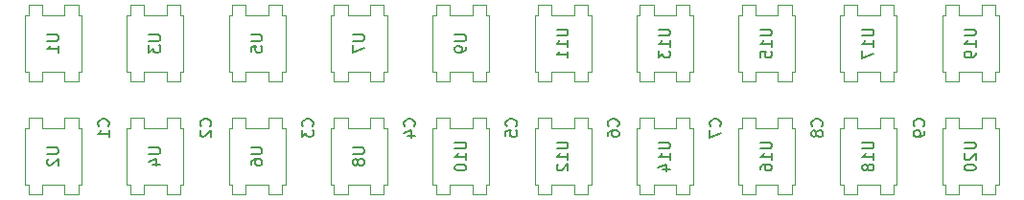
<source format=gbr>
G04 #@! TF.GenerationSoftware,KiCad,Pcbnew,(5.0.0)*
G04 #@! TF.CreationDate,2020-03-31T10:14:19-04:00*
G04 #@! TF.ProjectId,WS2812 STRIP 10CM,57533238313220535452495020313043,rev?*
G04 #@! TF.SameCoordinates,Original*
G04 #@! TF.FileFunction,Legend,Bot*
G04 #@! TF.FilePolarity,Positive*
%FSLAX46Y46*%
G04 Gerber Fmt 4.6, Leading zero omitted, Abs format (unit mm)*
G04 Created by KiCad (PCBNEW (5.0.0)) date 03/31/20 10:14:19*
%MOMM*%
%LPD*%
G01*
G04 APERTURE LIST*
%ADD10C,0.100000*%
%ADD11C,0.150000*%
G04 APERTURE END LIST*
D10*
G04 #@! TO.C,U8*
X123500000Y-67500000D02*
X123500000Y-62500000D01*
X123200000Y-67500000D02*
X123500000Y-67500000D01*
X123200000Y-68400000D02*
X123200000Y-67500000D01*
X122000000Y-68400000D02*
X123200000Y-68400000D01*
X122000000Y-67500000D02*
X122000000Y-68400000D01*
X120000000Y-67500000D02*
X122000000Y-67500000D01*
X120000000Y-68400000D02*
X120000000Y-67500000D01*
X118800000Y-68400000D02*
X120000000Y-68400000D01*
X118800000Y-67500000D02*
X118800000Y-68400000D01*
X118500000Y-67500000D02*
X118800000Y-67500000D01*
X118500000Y-62500000D02*
X118500000Y-67500000D01*
X118800000Y-62500000D02*
X118500000Y-62500000D01*
X118800000Y-61600000D02*
X118800000Y-62500000D01*
X120000000Y-61600000D02*
X118800000Y-61600000D01*
X120000000Y-62500000D02*
X120000000Y-61600000D01*
X122000000Y-62500000D02*
X120000000Y-62500000D01*
X122000000Y-61600000D02*
X122000000Y-62500000D01*
X123200000Y-61600000D02*
X122000000Y-61600000D01*
X123200000Y-62500000D02*
X123200000Y-61600000D01*
X123500000Y-62500000D02*
X123200000Y-62500000D01*
G04 #@! TO.C,U16*
X159500000Y-67500000D02*
X159500000Y-62500000D01*
X159200000Y-67500000D02*
X159500000Y-67500000D01*
X159200000Y-68400000D02*
X159200000Y-67500000D01*
X158000000Y-68400000D02*
X159200000Y-68400000D01*
X158000000Y-67500000D02*
X158000000Y-68400000D01*
X156000000Y-67500000D02*
X158000000Y-67500000D01*
X156000000Y-68400000D02*
X156000000Y-67500000D01*
X154800000Y-68400000D02*
X156000000Y-68400000D01*
X154800000Y-67500000D02*
X154800000Y-68400000D01*
X154500000Y-67500000D02*
X154800000Y-67500000D01*
X154500000Y-62500000D02*
X154500000Y-67500000D01*
X154800000Y-62500000D02*
X154500000Y-62500000D01*
X154800000Y-61600000D02*
X154800000Y-62500000D01*
X156000000Y-61600000D02*
X154800000Y-61600000D01*
X156000000Y-62500000D02*
X156000000Y-61600000D01*
X158000000Y-62500000D02*
X156000000Y-62500000D01*
X158000000Y-61600000D02*
X158000000Y-62500000D01*
X159200000Y-61600000D02*
X158000000Y-61600000D01*
X159200000Y-62500000D02*
X159200000Y-61600000D01*
X159500000Y-62500000D02*
X159200000Y-62500000D01*
G04 #@! TO.C,U20*
X177500000Y-62500000D02*
X177200000Y-62500000D01*
X177200000Y-62500000D02*
X177200000Y-61600000D01*
X177200000Y-61600000D02*
X176000000Y-61600000D01*
X176000000Y-61600000D02*
X176000000Y-62500000D01*
X176000000Y-62500000D02*
X174000000Y-62500000D01*
X174000000Y-62500000D02*
X174000000Y-61600000D01*
X174000000Y-61600000D02*
X172800000Y-61600000D01*
X172800000Y-61600000D02*
X172800000Y-62500000D01*
X172800000Y-62500000D02*
X172500000Y-62500000D01*
X172500000Y-62500000D02*
X172500000Y-67500000D01*
X172500000Y-67500000D02*
X172800000Y-67500000D01*
X172800000Y-67500000D02*
X172800000Y-68400000D01*
X172800000Y-68400000D02*
X174000000Y-68400000D01*
X174000000Y-68400000D02*
X174000000Y-67500000D01*
X174000000Y-67500000D02*
X176000000Y-67500000D01*
X176000000Y-67500000D02*
X176000000Y-68400000D01*
X176000000Y-68400000D02*
X177200000Y-68400000D01*
X177200000Y-68400000D02*
X177200000Y-67500000D01*
X177200000Y-67500000D02*
X177500000Y-67500000D01*
X177500000Y-67500000D02*
X177500000Y-62500000D01*
G04 #@! TO.C,U18*
X168500000Y-67500000D02*
X168500000Y-62500000D01*
X168200000Y-67500000D02*
X168500000Y-67500000D01*
X168200000Y-68400000D02*
X168200000Y-67500000D01*
X167000000Y-68400000D02*
X168200000Y-68400000D01*
X167000000Y-67500000D02*
X167000000Y-68400000D01*
X165000000Y-67500000D02*
X167000000Y-67500000D01*
X165000000Y-68400000D02*
X165000000Y-67500000D01*
X163800000Y-68400000D02*
X165000000Y-68400000D01*
X163800000Y-67500000D02*
X163800000Y-68400000D01*
X163500000Y-67500000D02*
X163800000Y-67500000D01*
X163500000Y-62500000D02*
X163500000Y-67500000D01*
X163800000Y-62500000D02*
X163500000Y-62500000D01*
X163800000Y-61600000D02*
X163800000Y-62500000D01*
X165000000Y-61600000D02*
X163800000Y-61600000D01*
X165000000Y-62500000D02*
X165000000Y-61600000D01*
X167000000Y-62500000D02*
X165000000Y-62500000D01*
X167000000Y-61600000D02*
X167000000Y-62500000D01*
X168200000Y-61600000D02*
X167000000Y-61600000D01*
X168200000Y-62500000D02*
X168200000Y-61600000D01*
X168500000Y-62500000D02*
X168200000Y-62500000D01*
G04 #@! TO.C,U10*
X132500000Y-67500000D02*
X132500000Y-62500000D01*
X132200000Y-67500000D02*
X132500000Y-67500000D01*
X132200000Y-68400000D02*
X132200000Y-67500000D01*
X131000000Y-68400000D02*
X132200000Y-68400000D01*
X131000000Y-67500000D02*
X131000000Y-68400000D01*
X129000000Y-67500000D02*
X131000000Y-67500000D01*
X129000000Y-68400000D02*
X129000000Y-67500000D01*
X127800000Y-68400000D02*
X129000000Y-68400000D01*
X127800000Y-67500000D02*
X127800000Y-68400000D01*
X127500000Y-67500000D02*
X127800000Y-67500000D01*
X127500000Y-62500000D02*
X127500000Y-67500000D01*
X127800000Y-62500000D02*
X127500000Y-62500000D01*
X127800000Y-61600000D02*
X127800000Y-62500000D01*
X129000000Y-61600000D02*
X127800000Y-61600000D01*
X129000000Y-62500000D02*
X129000000Y-61600000D01*
X131000000Y-62500000D02*
X129000000Y-62500000D01*
X131000000Y-61600000D02*
X131000000Y-62500000D01*
X132200000Y-61600000D02*
X131000000Y-61600000D01*
X132200000Y-62500000D02*
X132200000Y-61600000D01*
X132500000Y-62500000D02*
X132200000Y-62500000D01*
G04 #@! TO.C,U4*
X105500000Y-62500000D02*
X105200000Y-62500000D01*
X105200000Y-62500000D02*
X105200000Y-61600000D01*
X105200000Y-61600000D02*
X104000000Y-61600000D01*
X104000000Y-61600000D02*
X104000000Y-62500000D01*
X104000000Y-62500000D02*
X102000000Y-62500000D01*
X102000000Y-62500000D02*
X102000000Y-61600000D01*
X102000000Y-61600000D02*
X100800000Y-61600000D01*
X100800000Y-61600000D02*
X100800000Y-62500000D01*
X100800000Y-62500000D02*
X100500000Y-62500000D01*
X100500000Y-62500000D02*
X100500000Y-67500000D01*
X100500000Y-67500000D02*
X100800000Y-67500000D01*
X100800000Y-67500000D02*
X100800000Y-68400000D01*
X100800000Y-68400000D02*
X102000000Y-68400000D01*
X102000000Y-68400000D02*
X102000000Y-67500000D01*
X102000000Y-67500000D02*
X104000000Y-67500000D01*
X104000000Y-67500000D02*
X104000000Y-68400000D01*
X104000000Y-68400000D02*
X105200000Y-68400000D01*
X105200000Y-68400000D02*
X105200000Y-67500000D01*
X105200000Y-67500000D02*
X105500000Y-67500000D01*
X105500000Y-67500000D02*
X105500000Y-62500000D01*
G04 #@! TO.C,U2*
X96500000Y-67500000D02*
X96500000Y-62500000D01*
X96200000Y-67500000D02*
X96500000Y-67500000D01*
X96200000Y-68400000D02*
X96200000Y-67500000D01*
X95000000Y-68400000D02*
X96200000Y-68400000D01*
X95000000Y-67500000D02*
X95000000Y-68400000D01*
X93000000Y-67500000D02*
X95000000Y-67500000D01*
X93000000Y-68400000D02*
X93000000Y-67500000D01*
X91800000Y-68400000D02*
X93000000Y-68400000D01*
X91800000Y-67500000D02*
X91800000Y-68400000D01*
X91500000Y-67500000D02*
X91800000Y-67500000D01*
X91500000Y-62500000D02*
X91500000Y-67500000D01*
X91800000Y-62500000D02*
X91500000Y-62500000D01*
X91800000Y-61600000D02*
X91800000Y-62500000D01*
X93000000Y-61600000D02*
X91800000Y-61600000D01*
X93000000Y-62500000D02*
X93000000Y-61600000D01*
X95000000Y-62500000D02*
X93000000Y-62500000D01*
X95000000Y-61600000D02*
X95000000Y-62500000D01*
X96200000Y-61600000D02*
X95000000Y-61600000D01*
X96200000Y-62500000D02*
X96200000Y-61600000D01*
X96500000Y-62500000D02*
X96200000Y-62500000D01*
G04 #@! TO.C,U6*
X114500000Y-62500000D02*
X114200000Y-62500000D01*
X114200000Y-62500000D02*
X114200000Y-61600000D01*
X114200000Y-61600000D02*
X113000000Y-61600000D01*
X113000000Y-61600000D02*
X113000000Y-62500000D01*
X113000000Y-62500000D02*
X111000000Y-62500000D01*
X111000000Y-62500000D02*
X111000000Y-61600000D01*
X111000000Y-61600000D02*
X109800000Y-61600000D01*
X109800000Y-61600000D02*
X109800000Y-62500000D01*
X109800000Y-62500000D02*
X109500000Y-62500000D01*
X109500000Y-62500000D02*
X109500000Y-67500000D01*
X109500000Y-67500000D02*
X109800000Y-67500000D01*
X109800000Y-67500000D02*
X109800000Y-68400000D01*
X109800000Y-68400000D02*
X111000000Y-68400000D01*
X111000000Y-68400000D02*
X111000000Y-67500000D01*
X111000000Y-67500000D02*
X113000000Y-67500000D01*
X113000000Y-67500000D02*
X113000000Y-68400000D01*
X113000000Y-68400000D02*
X114200000Y-68400000D01*
X114200000Y-68400000D02*
X114200000Y-67500000D01*
X114200000Y-67500000D02*
X114500000Y-67500000D01*
X114500000Y-67500000D02*
X114500000Y-62500000D01*
G04 #@! TO.C,U14*
X150500000Y-62500000D02*
X150200000Y-62500000D01*
X150200000Y-62500000D02*
X150200000Y-61600000D01*
X150200000Y-61600000D02*
X149000000Y-61600000D01*
X149000000Y-61600000D02*
X149000000Y-62500000D01*
X149000000Y-62500000D02*
X147000000Y-62500000D01*
X147000000Y-62500000D02*
X147000000Y-61600000D01*
X147000000Y-61600000D02*
X145800000Y-61600000D01*
X145800000Y-61600000D02*
X145800000Y-62500000D01*
X145800000Y-62500000D02*
X145500000Y-62500000D01*
X145500000Y-62500000D02*
X145500000Y-67500000D01*
X145500000Y-67500000D02*
X145800000Y-67500000D01*
X145800000Y-67500000D02*
X145800000Y-68400000D01*
X145800000Y-68400000D02*
X147000000Y-68400000D01*
X147000000Y-68400000D02*
X147000000Y-67500000D01*
X147000000Y-67500000D02*
X149000000Y-67500000D01*
X149000000Y-67500000D02*
X149000000Y-68400000D01*
X149000000Y-68400000D02*
X150200000Y-68400000D01*
X150200000Y-68400000D02*
X150200000Y-67500000D01*
X150200000Y-67500000D02*
X150500000Y-67500000D01*
X150500000Y-67500000D02*
X150500000Y-62500000D01*
G04 #@! TO.C,U12*
X141500000Y-62500000D02*
X141200000Y-62500000D01*
X141200000Y-62500000D02*
X141200000Y-61600000D01*
X141200000Y-61600000D02*
X140000000Y-61600000D01*
X140000000Y-61600000D02*
X140000000Y-62500000D01*
X140000000Y-62500000D02*
X138000000Y-62500000D01*
X138000000Y-62500000D02*
X138000000Y-61600000D01*
X138000000Y-61600000D02*
X136800000Y-61600000D01*
X136800000Y-61600000D02*
X136800000Y-62500000D01*
X136800000Y-62500000D02*
X136500000Y-62500000D01*
X136500000Y-62500000D02*
X136500000Y-67500000D01*
X136500000Y-67500000D02*
X136800000Y-67500000D01*
X136800000Y-67500000D02*
X136800000Y-68400000D01*
X136800000Y-68400000D02*
X138000000Y-68400000D01*
X138000000Y-68400000D02*
X138000000Y-67500000D01*
X138000000Y-67500000D02*
X140000000Y-67500000D01*
X140000000Y-67500000D02*
X140000000Y-68400000D01*
X140000000Y-68400000D02*
X141200000Y-68400000D01*
X141200000Y-68400000D02*
X141200000Y-67500000D01*
X141200000Y-67500000D02*
X141500000Y-67500000D01*
X141500000Y-67500000D02*
X141500000Y-62500000D01*
G04 #@! TO.C,U1*
X96500000Y-52500000D02*
X96200000Y-52500000D01*
X96200000Y-52500000D02*
X96200000Y-51600000D01*
X96200000Y-51600000D02*
X95000000Y-51600000D01*
X95000000Y-51600000D02*
X95000000Y-52500000D01*
X95000000Y-52500000D02*
X93000000Y-52500000D01*
X93000000Y-52500000D02*
X93000000Y-51600000D01*
X93000000Y-51600000D02*
X91800000Y-51600000D01*
X91800000Y-51600000D02*
X91800000Y-52500000D01*
X91800000Y-52500000D02*
X91500000Y-52500000D01*
X91500000Y-52500000D02*
X91500000Y-57500000D01*
X91500000Y-57500000D02*
X91800000Y-57500000D01*
X91800000Y-57500000D02*
X91800000Y-58400000D01*
X91800000Y-58400000D02*
X93000000Y-58400000D01*
X93000000Y-58400000D02*
X93000000Y-57500000D01*
X93000000Y-57500000D02*
X95000000Y-57500000D01*
X95000000Y-57500000D02*
X95000000Y-58400000D01*
X95000000Y-58400000D02*
X96200000Y-58400000D01*
X96200000Y-58400000D02*
X96200000Y-57500000D01*
X96200000Y-57500000D02*
X96500000Y-57500000D01*
X96500000Y-57500000D02*
X96500000Y-52500000D01*
G04 #@! TO.C,U3*
X105500000Y-57500000D02*
X105500000Y-52500000D01*
X105200000Y-57500000D02*
X105500000Y-57500000D01*
X105200000Y-58400000D02*
X105200000Y-57500000D01*
X104000000Y-58400000D02*
X105200000Y-58400000D01*
X104000000Y-57500000D02*
X104000000Y-58400000D01*
X102000000Y-57500000D02*
X104000000Y-57500000D01*
X102000000Y-58400000D02*
X102000000Y-57500000D01*
X100800000Y-58400000D02*
X102000000Y-58400000D01*
X100800000Y-57500000D02*
X100800000Y-58400000D01*
X100500000Y-57500000D02*
X100800000Y-57500000D01*
X100500000Y-52500000D02*
X100500000Y-57500000D01*
X100800000Y-52500000D02*
X100500000Y-52500000D01*
X100800000Y-51600000D02*
X100800000Y-52500000D01*
X102000000Y-51600000D02*
X100800000Y-51600000D01*
X102000000Y-52500000D02*
X102000000Y-51600000D01*
X104000000Y-52500000D02*
X102000000Y-52500000D01*
X104000000Y-51600000D02*
X104000000Y-52500000D01*
X105200000Y-51600000D02*
X104000000Y-51600000D01*
X105200000Y-52500000D02*
X105200000Y-51600000D01*
X105500000Y-52500000D02*
X105200000Y-52500000D01*
G04 #@! TO.C,U5*
X114500000Y-57500000D02*
X114500000Y-52500000D01*
X114200000Y-57500000D02*
X114500000Y-57500000D01*
X114200000Y-58400000D02*
X114200000Y-57500000D01*
X113000000Y-58400000D02*
X114200000Y-58400000D01*
X113000000Y-57500000D02*
X113000000Y-58400000D01*
X111000000Y-57500000D02*
X113000000Y-57500000D01*
X111000000Y-58400000D02*
X111000000Y-57500000D01*
X109800000Y-58400000D02*
X111000000Y-58400000D01*
X109800000Y-57500000D02*
X109800000Y-58400000D01*
X109500000Y-57500000D02*
X109800000Y-57500000D01*
X109500000Y-52500000D02*
X109500000Y-57500000D01*
X109800000Y-52500000D02*
X109500000Y-52500000D01*
X109800000Y-51600000D02*
X109800000Y-52500000D01*
X111000000Y-51600000D02*
X109800000Y-51600000D01*
X111000000Y-52500000D02*
X111000000Y-51600000D01*
X113000000Y-52500000D02*
X111000000Y-52500000D01*
X113000000Y-51600000D02*
X113000000Y-52500000D01*
X114200000Y-51600000D02*
X113000000Y-51600000D01*
X114200000Y-52500000D02*
X114200000Y-51600000D01*
X114500000Y-52500000D02*
X114200000Y-52500000D01*
G04 #@! TO.C,U7*
X123500000Y-52500000D02*
X123200000Y-52500000D01*
X123200000Y-52500000D02*
X123200000Y-51600000D01*
X123200000Y-51600000D02*
X122000000Y-51600000D01*
X122000000Y-51600000D02*
X122000000Y-52500000D01*
X122000000Y-52500000D02*
X120000000Y-52500000D01*
X120000000Y-52500000D02*
X120000000Y-51600000D01*
X120000000Y-51600000D02*
X118800000Y-51600000D01*
X118800000Y-51600000D02*
X118800000Y-52500000D01*
X118800000Y-52500000D02*
X118500000Y-52500000D01*
X118500000Y-52500000D02*
X118500000Y-57500000D01*
X118500000Y-57500000D02*
X118800000Y-57500000D01*
X118800000Y-57500000D02*
X118800000Y-58400000D01*
X118800000Y-58400000D02*
X120000000Y-58400000D01*
X120000000Y-58400000D02*
X120000000Y-57500000D01*
X120000000Y-57500000D02*
X122000000Y-57500000D01*
X122000000Y-57500000D02*
X122000000Y-58400000D01*
X122000000Y-58400000D02*
X123200000Y-58400000D01*
X123200000Y-58400000D02*
X123200000Y-57500000D01*
X123200000Y-57500000D02*
X123500000Y-57500000D01*
X123500000Y-57500000D02*
X123500000Y-52500000D01*
G04 #@! TO.C,U9*
X132500000Y-52500000D02*
X132200000Y-52500000D01*
X132200000Y-52500000D02*
X132200000Y-51600000D01*
X132200000Y-51600000D02*
X131000000Y-51600000D01*
X131000000Y-51600000D02*
X131000000Y-52500000D01*
X131000000Y-52500000D02*
X129000000Y-52500000D01*
X129000000Y-52500000D02*
X129000000Y-51600000D01*
X129000000Y-51600000D02*
X127800000Y-51600000D01*
X127800000Y-51600000D02*
X127800000Y-52500000D01*
X127800000Y-52500000D02*
X127500000Y-52500000D01*
X127500000Y-52500000D02*
X127500000Y-57500000D01*
X127500000Y-57500000D02*
X127800000Y-57500000D01*
X127800000Y-57500000D02*
X127800000Y-58400000D01*
X127800000Y-58400000D02*
X129000000Y-58400000D01*
X129000000Y-58400000D02*
X129000000Y-57500000D01*
X129000000Y-57500000D02*
X131000000Y-57500000D01*
X131000000Y-57500000D02*
X131000000Y-58400000D01*
X131000000Y-58400000D02*
X132200000Y-58400000D01*
X132200000Y-58400000D02*
X132200000Y-57500000D01*
X132200000Y-57500000D02*
X132500000Y-57500000D01*
X132500000Y-57500000D02*
X132500000Y-52500000D01*
G04 #@! TO.C,U11*
X141500000Y-57500000D02*
X141500000Y-52500000D01*
X141200000Y-57500000D02*
X141500000Y-57500000D01*
X141200000Y-58400000D02*
X141200000Y-57500000D01*
X140000000Y-58400000D02*
X141200000Y-58400000D01*
X140000000Y-57500000D02*
X140000000Y-58400000D01*
X138000000Y-57500000D02*
X140000000Y-57500000D01*
X138000000Y-58400000D02*
X138000000Y-57500000D01*
X136800000Y-58400000D02*
X138000000Y-58400000D01*
X136800000Y-57500000D02*
X136800000Y-58400000D01*
X136500000Y-57500000D02*
X136800000Y-57500000D01*
X136500000Y-52500000D02*
X136500000Y-57500000D01*
X136800000Y-52500000D02*
X136500000Y-52500000D01*
X136800000Y-51600000D02*
X136800000Y-52500000D01*
X138000000Y-51600000D02*
X136800000Y-51600000D01*
X138000000Y-52500000D02*
X138000000Y-51600000D01*
X140000000Y-52500000D02*
X138000000Y-52500000D01*
X140000000Y-51600000D02*
X140000000Y-52500000D01*
X141200000Y-51600000D02*
X140000000Y-51600000D01*
X141200000Y-52500000D02*
X141200000Y-51600000D01*
X141500000Y-52500000D02*
X141200000Y-52500000D01*
G04 #@! TO.C,U13*
X150500000Y-57500000D02*
X150500000Y-52500000D01*
X150200000Y-57500000D02*
X150500000Y-57500000D01*
X150200000Y-58400000D02*
X150200000Y-57500000D01*
X149000000Y-58400000D02*
X150200000Y-58400000D01*
X149000000Y-57500000D02*
X149000000Y-58400000D01*
X147000000Y-57500000D02*
X149000000Y-57500000D01*
X147000000Y-58400000D02*
X147000000Y-57500000D01*
X145800000Y-58400000D02*
X147000000Y-58400000D01*
X145800000Y-57500000D02*
X145800000Y-58400000D01*
X145500000Y-57500000D02*
X145800000Y-57500000D01*
X145500000Y-52500000D02*
X145500000Y-57500000D01*
X145800000Y-52500000D02*
X145500000Y-52500000D01*
X145800000Y-51600000D02*
X145800000Y-52500000D01*
X147000000Y-51600000D02*
X145800000Y-51600000D01*
X147000000Y-52500000D02*
X147000000Y-51600000D01*
X149000000Y-52500000D02*
X147000000Y-52500000D01*
X149000000Y-51600000D02*
X149000000Y-52500000D01*
X150200000Y-51600000D02*
X149000000Y-51600000D01*
X150200000Y-52500000D02*
X150200000Y-51600000D01*
X150500000Y-52500000D02*
X150200000Y-52500000D01*
G04 #@! TO.C,U15*
X159500000Y-52500000D02*
X159200000Y-52500000D01*
X159200000Y-52500000D02*
X159200000Y-51600000D01*
X159200000Y-51600000D02*
X158000000Y-51600000D01*
X158000000Y-51600000D02*
X158000000Y-52500000D01*
X158000000Y-52500000D02*
X156000000Y-52500000D01*
X156000000Y-52500000D02*
X156000000Y-51600000D01*
X156000000Y-51600000D02*
X154800000Y-51600000D01*
X154800000Y-51600000D02*
X154800000Y-52500000D01*
X154800000Y-52500000D02*
X154500000Y-52500000D01*
X154500000Y-52500000D02*
X154500000Y-57500000D01*
X154500000Y-57500000D02*
X154800000Y-57500000D01*
X154800000Y-57500000D02*
X154800000Y-58400000D01*
X154800000Y-58400000D02*
X156000000Y-58400000D01*
X156000000Y-58400000D02*
X156000000Y-57500000D01*
X156000000Y-57500000D02*
X158000000Y-57500000D01*
X158000000Y-57500000D02*
X158000000Y-58400000D01*
X158000000Y-58400000D02*
X159200000Y-58400000D01*
X159200000Y-58400000D02*
X159200000Y-57500000D01*
X159200000Y-57500000D02*
X159500000Y-57500000D01*
X159500000Y-57500000D02*
X159500000Y-52500000D01*
G04 #@! TO.C,U17*
X168500000Y-52500000D02*
X168200000Y-52500000D01*
X168200000Y-52500000D02*
X168200000Y-51600000D01*
X168200000Y-51600000D02*
X167000000Y-51600000D01*
X167000000Y-51600000D02*
X167000000Y-52500000D01*
X167000000Y-52500000D02*
X165000000Y-52500000D01*
X165000000Y-52500000D02*
X165000000Y-51600000D01*
X165000000Y-51600000D02*
X163800000Y-51600000D01*
X163800000Y-51600000D02*
X163800000Y-52500000D01*
X163800000Y-52500000D02*
X163500000Y-52500000D01*
X163500000Y-52500000D02*
X163500000Y-57500000D01*
X163500000Y-57500000D02*
X163800000Y-57500000D01*
X163800000Y-57500000D02*
X163800000Y-58400000D01*
X163800000Y-58400000D02*
X165000000Y-58400000D01*
X165000000Y-58400000D02*
X165000000Y-57500000D01*
X165000000Y-57500000D02*
X167000000Y-57500000D01*
X167000000Y-57500000D02*
X167000000Y-58400000D01*
X167000000Y-58400000D02*
X168200000Y-58400000D01*
X168200000Y-58400000D02*
X168200000Y-57500000D01*
X168200000Y-57500000D02*
X168500000Y-57500000D01*
X168500000Y-57500000D02*
X168500000Y-52500000D01*
G04 #@! TO.C,U19*
X177500000Y-57500000D02*
X177500000Y-52500000D01*
X177200000Y-57500000D02*
X177500000Y-57500000D01*
X177200000Y-58400000D02*
X177200000Y-57500000D01*
X176000000Y-58400000D02*
X177200000Y-58400000D01*
X176000000Y-57500000D02*
X176000000Y-58400000D01*
X174000000Y-57500000D02*
X176000000Y-57500000D01*
X174000000Y-58400000D02*
X174000000Y-57500000D01*
X172800000Y-58400000D02*
X174000000Y-58400000D01*
X172800000Y-57500000D02*
X172800000Y-58400000D01*
X172500000Y-57500000D02*
X172800000Y-57500000D01*
X172500000Y-52500000D02*
X172500000Y-57500000D01*
X172800000Y-52500000D02*
X172500000Y-52500000D01*
X172800000Y-51600000D02*
X172800000Y-52500000D01*
X174000000Y-51600000D02*
X172800000Y-51600000D01*
X174000000Y-52500000D02*
X174000000Y-51600000D01*
X176000000Y-52500000D02*
X174000000Y-52500000D01*
X176000000Y-51600000D02*
X176000000Y-52500000D01*
X177200000Y-51600000D02*
X176000000Y-51600000D01*
X177200000Y-52500000D02*
X177200000Y-51600000D01*
X177500000Y-52500000D02*
X177200000Y-52500000D01*
G04 #@! TO.C,U8*
D11*
X120452380Y-64238095D02*
X121261904Y-64238095D01*
X121357142Y-64285714D01*
X121404761Y-64333333D01*
X121452380Y-64428571D01*
X121452380Y-64619047D01*
X121404761Y-64714285D01*
X121357142Y-64761904D01*
X121261904Y-64809523D01*
X120452380Y-64809523D01*
X120880952Y-65428571D02*
X120833333Y-65333333D01*
X120785714Y-65285714D01*
X120690476Y-65238095D01*
X120642857Y-65238095D01*
X120547619Y-65285714D01*
X120500000Y-65333333D01*
X120452380Y-65428571D01*
X120452380Y-65619047D01*
X120500000Y-65714285D01*
X120547619Y-65761904D01*
X120642857Y-65809523D01*
X120690476Y-65809523D01*
X120785714Y-65761904D01*
X120833333Y-65714285D01*
X120880952Y-65619047D01*
X120880952Y-65428571D01*
X120928571Y-65333333D01*
X120976190Y-65285714D01*
X121071428Y-65238095D01*
X121261904Y-65238095D01*
X121357142Y-65285714D01*
X121404761Y-65333333D01*
X121452380Y-65428571D01*
X121452380Y-65619047D01*
X121404761Y-65714285D01*
X121357142Y-65761904D01*
X121261904Y-65809523D01*
X121071428Y-65809523D01*
X120976190Y-65761904D01*
X120928571Y-65714285D01*
X120880952Y-65619047D01*
G04 #@! TO.C,U16*
X156452380Y-63761904D02*
X157261904Y-63761904D01*
X157357142Y-63809523D01*
X157404761Y-63857142D01*
X157452380Y-63952380D01*
X157452380Y-64142857D01*
X157404761Y-64238095D01*
X157357142Y-64285714D01*
X157261904Y-64333333D01*
X156452380Y-64333333D01*
X157452380Y-65333333D02*
X157452380Y-64761904D01*
X157452380Y-65047619D02*
X156452380Y-65047619D01*
X156595238Y-64952380D01*
X156690476Y-64857142D01*
X156738095Y-64761904D01*
X156452380Y-66190476D02*
X156452380Y-66000000D01*
X156500000Y-65904761D01*
X156547619Y-65857142D01*
X156690476Y-65761904D01*
X156880952Y-65714285D01*
X157261904Y-65714285D01*
X157357142Y-65761904D01*
X157404761Y-65809523D01*
X157452380Y-65904761D01*
X157452380Y-66095238D01*
X157404761Y-66190476D01*
X157357142Y-66238095D01*
X157261904Y-66285714D01*
X157023809Y-66285714D01*
X156928571Y-66238095D01*
X156880952Y-66190476D01*
X156833333Y-66095238D01*
X156833333Y-65904761D01*
X156880952Y-65809523D01*
X156928571Y-65761904D01*
X157023809Y-65714285D01*
G04 #@! TO.C,U20*
X174452380Y-63761904D02*
X175261904Y-63761904D01*
X175357142Y-63809523D01*
X175404761Y-63857142D01*
X175452380Y-63952380D01*
X175452380Y-64142857D01*
X175404761Y-64238095D01*
X175357142Y-64285714D01*
X175261904Y-64333333D01*
X174452380Y-64333333D01*
X174547619Y-64761904D02*
X174500000Y-64809523D01*
X174452380Y-64904761D01*
X174452380Y-65142857D01*
X174500000Y-65238095D01*
X174547619Y-65285714D01*
X174642857Y-65333333D01*
X174738095Y-65333333D01*
X174880952Y-65285714D01*
X175452380Y-64714285D01*
X175452380Y-65333333D01*
X174452380Y-65952380D02*
X174452380Y-66047619D01*
X174500000Y-66142857D01*
X174547619Y-66190476D01*
X174642857Y-66238095D01*
X174833333Y-66285714D01*
X175071428Y-66285714D01*
X175261904Y-66238095D01*
X175357142Y-66190476D01*
X175404761Y-66142857D01*
X175452380Y-66047619D01*
X175452380Y-65952380D01*
X175404761Y-65857142D01*
X175357142Y-65809523D01*
X175261904Y-65761904D01*
X175071428Y-65714285D01*
X174833333Y-65714285D01*
X174642857Y-65761904D01*
X174547619Y-65809523D01*
X174500000Y-65857142D01*
X174452380Y-65952380D01*
G04 #@! TO.C,U18*
X165452380Y-63761904D02*
X166261904Y-63761904D01*
X166357142Y-63809523D01*
X166404761Y-63857142D01*
X166452380Y-63952380D01*
X166452380Y-64142857D01*
X166404761Y-64238095D01*
X166357142Y-64285714D01*
X166261904Y-64333333D01*
X165452380Y-64333333D01*
X166452380Y-65333333D02*
X166452380Y-64761904D01*
X166452380Y-65047619D02*
X165452380Y-65047619D01*
X165595238Y-64952380D01*
X165690476Y-64857142D01*
X165738095Y-64761904D01*
X165880952Y-65904761D02*
X165833333Y-65809523D01*
X165785714Y-65761904D01*
X165690476Y-65714285D01*
X165642857Y-65714285D01*
X165547619Y-65761904D01*
X165500000Y-65809523D01*
X165452380Y-65904761D01*
X165452380Y-66095238D01*
X165500000Y-66190476D01*
X165547619Y-66238095D01*
X165642857Y-66285714D01*
X165690476Y-66285714D01*
X165785714Y-66238095D01*
X165833333Y-66190476D01*
X165880952Y-66095238D01*
X165880952Y-65904761D01*
X165928571Y-65809523D01*
X165976190Y-65761904D01*
X166071428Y-65714285D01*
X166261904Y-65714285D01*
X166357142Y-65761904D01*
X166404761Y-65809523D01*
X166452380Y-65904761D01*
X166452380Y-66095238D01*
X166404761Y-66190476D01*
X166357142Y-66238095D01*
X166261904Y-66285714D01*
X166071428Y-66285714D01*
X165976190Y-66238095D01*
X165928571Y-66190476D01*
X165880952Y-66095238D01*
G04 #@! TO.C,U10*
X129452380Y-63761904D02*
X130261904Y-63761904D01*
X130357142Y-63809523D01*
X130404761Y-63857142D01*
X130452380Y-63952380D01*
X130452380Y-64142857D01*
X130404761Y-64238095D01*
X130357142Y-64285714D01*
X130261904Y-64333333D01*
X129452380Y-64333333D01*
X130452380Y-65333333D02*
X130452380Y-64761904D01*
X130452380Y-65047619D02*
X129452380Y-65047619D01*
X129595238Y-64952380D01*
X129690476Y-64857142D01*
X129738095Y-64761904D01*
X129452380Y-65952380D02*
X129452380Y-66047619D01*
X129500000Y-66142857D01*
X129547619Y-66190476D01*
X129642857Y-66238095D01*
X129833333Y-66285714D01*
X130071428Y-66285714D01*
X130261904Y-66238095D01*
X130357142Y-66190476D01*
X130404761Y-66142857D01*
X130452380Y-66047619D01*
X130452380Y-65952380D01*
X130404761Y-65857142D01*
X130357142Y-65809523D01*
X130261904Y-65761904D01*
X130071428Y-65714285D01*
X129833333Y-65714285D01*
X129642857Y-65761904D01*
X129547619Y-65809523D01*
X129500000Y-65857142D01*
X129452380Y-65952380D01*
G04 #@! TO.C,U4*
X102452380Y-64238095D02*
X103261904Y-64238095D01*
X103357142Y-64285714D01*
X103404761Y-64333333D01*
X103452380Y-64428571D01*
X103452380Y-64619047D01*
X103404761Y-64714285D01*
X103357142Y-64761904D01*
X103261904Y-64809523D01*
X102452380Y-64809523D01*
X102785714Y-65714285D02*
X103452380Y-65714285D01*
X102404761Y-65476190D02*
X103119047Y-65238095D01*
X103119047Y-65857142D01*
G04 #@! TO.C,U2*
X93452380Y-64238095D02*
X94261904Y-64238095D01*
X94357142Y-64285714D01*
X94404761Y-64333333D01*
X94452380Y-64428571D01*
X94452380Y-64619047D01*
X94404761Y-64714285D01*
X94357142Y-64761904D01*
X94261904Y-64809523D01*
X93452380Y-64809523D01*
X93547619Y-65238095D02*
X93500000Y-65285714D01*
X93452380Y-65380952D01*
X93452380Y-65619047D01*
X93500000Y-65714285D01*
X93547619Y-65761904D01*
X93642857Y-65809523D01*
X93738095Y-65809523D01*
X93880952Y-65761904D01*
X94452380Y-65190476D01*
X94452380Y-65809523D01*
G04 #@! TO.C,U6*
X111452380Y-64238095D02*
X112261904Y-64238095D01*
X112357142Y-64285714D01*
X112404761Y-64333333D01*
X112452380Y-64428571D01*
X112452380Y-64619047D01*
X112404761Y-64714285D01*
X112357142Y-64761904D01*
X112261904Y-64809523D01*
X111452380Y-64809523D01*
X111452380Y-65714285D02*
X111452380Y-65523809D01*
X111500000Y-65428571D01*
X111547619Y-65380952D01*
X111690476Y-65285714D01*
X111880952Y-65238095D01*
X112261904Y-65238095D01*
X112357142Y-65285714D01*
X112404761Y-65333333D01*
X112452380Y-65428571D01*
X112452380Y-65619047D01*
X112404761Y-65714285D01*
X112357142Y-65761904D01*
X112261904Y-65809523D01*
X112023809Y-65809523D01*
X111928571Y-65761904D01*
X111880952Y-65714285D01*
X111833333Y-65619047D01*
X111833333Y-65428571D01*
X111880952Y-65333333D01*
X111928571Y-65285714D01*
X112023809Y-65238095D01*
G04 #@! TO.C,U14*
X147452380Y-63761904D02*
X148261904Y-63761904D01*
X148357142Y-63809523D01*
X148404761Y-63857142D01*
X148452380Y-63952380D01*
X148452380Y-64142857D01*
X148404761Y-64238095D01*
X148357142Y-64285714D01*
X148261904Y-64333333D01*
X147452380Y-64333333D01*
X148452380Y-65333333D02*
X148452380Y-64761904D01*
X148452380Y-65047619D02*
X147452380Y-65047619D01*
X147595238Y-64952380D01*
X147690476Y-64857142D01*
X147738095Y-64761904D01*
X147785714Y-66190476D02*
X148452380Y-66190476D01*
X147404761Y-65952380D02*
X148119047Y-65714285D01*
X148119047Y-66333333D01*
G04 #@! TO.C,U12*
X138452380Y-63761904D02*
X139261904Y-63761904D01*
X139357142Y-63809523D01*
X139404761Y-63857142D01*
X139452380Y-63952380D01*
X139452380Y-64142857D01*
X139404761Y-64238095D01*
X139357142Y-64285714D01*
X139261904Y-64333333D01*
X138452380Y-64333333D01*
X139452380Y-65333333D02*
X139452380Y-64761904D01*
X139452380Y-65047619D02*
X138452380Y-65047619D01*
X138595238Y-64952380D01*
X138690476Y-64857142D01*
X138738095Y-64761904D01*
X138547619Y-65714285D02*
X138500000Y-65761904D01*
X138452380Y-65857142D01*
X138452380Y-66095238D01*
X138500000Y-66190476D01*
X138547619Y-66238095D01*
X138642857Y-66285714D01*
X138738095Y-66285714D01*
X138880952Y-66238095D01*
X139452380Y-65666666D01*
X139452380Y-66285714D01*
G04 #@! TO.C,C1*
X98857142Y-62333333D02*
X98904761Y-62285714D01*
X98952380Y-62142857D01*
X98952380Y-62047619D01*
X98904761Y-61904761D01*
X98809523Y-61809523D01*
X98714285Y-61761904D01*
X98523809Y-61714285D01*
X98380952Y-61714285D01*
X98190476Y-61761904D01*
X98095238Y-61809523D01*
X98000000Y-61904761D01*
X97952380Y-62047619D01*
X97952380Y-62142857D01*
X98000000Y-62285714D01*
X98047619Y-62333333D01*
X98952380Y-63285714D02*
X98952380Y-62714285D01*
X98952380Y-63000000D02*
X97952380Y-63000000D01*
X98095238Y-62904761D01*
X98190476Y-62809523D01*
X98238095Y-62714285D01*
G04 #@! TO.C,C2*
X107857142Y-62333333D02*
X107904761Y-62285714D01*
X107952380Y-62142857D01*
X107952380Y-62047619D01*
X107904761Y-61904761D01*
X107809523Y-61809523D01*
X107714285Y-61761904D01*
X107523809Y-61714285D01*
X107380952Y-61714285D01*
X107190476Y-61761904D01*
X107095238Y-61809523D01*
X107000000Y-61904761D01*
X106952380Y-62047619D01*
X106952380Y-62142857D01*
X107000000Y-62285714D01*
X107047619Y-62333333D01*
X107047619Y-62714285D02*
X107000000Y-62761904D01*
X106952380Y-62857142D01*
X106952380Y-63095238D01*
X107000000Y-63190476D01*
X107047619Y-63238095D01*
X107142857Y-63285714D01*
X107238095Y-63285714D01*
X107380952Y-63238095D01*
X107952380Y-62666666D01*
X107952380Y-63285714D01*
G04 #@! TO.C,C3*
X116857142Y-62333333D02*
X116904761Y-62285714D01*
X116952380Y-62142857D01*
X116952380Y-62047619D01*
X116904761Y-61904761D01*
X116809523Y-61809523D01*
X116714285Y-61761904D01*
X116523809Y-61714285D01*
X116380952Y-61714285D01*
X116190476Y-61761904D01*
X116095238Y-61809523D01*
X116000000Y-61904761D01*
X115952380Y-62047619D01*
X115952380Y-62142857D01*
X116000000Y-62285714D01*
X116047619Y-62333333D01*
X115952380Y-62666666D02*
X115952380Y-63285714D01*
X116333333Y-62952380D01*
X116333333Y-63095238D01*
X116380952Y-63190476D01*
X116428571Y-63238095D01*
X116523809Y-63285714D01*
X116761904Y-63285714D01*
X116857142Y-63238095D01*
X116904761Y-63190476D01*
X116952380Y-63095238D01*
X116952380Y-62809523D01*
X116904761Y-62714285D01*
X116857142Y-62666666D01*
G04 #@! TO.C,C4*
X125857142Y-62333333D02*
X125904761Y-62285714D01*
X125952380Y-62142857D01*
X125952380Y-62047619D01*
X125904761Y-61904761D01*
X125809523Y-61809523D01*
X125714285Y-61761904D01*
X125523809Y-61714285D01*
X125380952Y-61714285D01*
X125190476Y-61761904D01*
X125095238Y-61809523D01*
X125000000Y-61904761D01*
X124952380Y-62047619D01*
X124952380Y-62142857D01*
X125000000Y-62285714D01*
X125047619Y-62333333D01*
X125285714Y-63190476D02*
X125952380Y-63190476D01*
X124904761Y-62952380D02*
X125619047Y-62714285D01*
X125619047Y-63333333D01*
G04 #@! TO.C,C5*
X134857142Y-62333333D02*
X134904761Y-62285714D01*
X134952380Y-62142857D01*
X134952380Y-62047619D01*
X134904761Y-61904761D01*
X134809523Y-61809523D01*
X134714285Y-61761904D01*
X134523809Y-61714285D01*
X134380952Y-61714285D01*
X134190476Y-61761904D01*
X134095238Y-61809523D01*
X134000000Y-61904761D01*
X133952380Y-62047619D01*
X133952380Y-62142857D01*
X134000000Y-62285714D01*
X134047619Y-62333333D01*
X133952380Y-63238095D02*
X133952380Y-62761904D01*
X134428571Y-62714285D01*
X134380952Y-62761904D01*
X134333333Y-62857142D01*
X134333333Y-63095238D01*
X134380952Y-63190476D01*
X134428571Y-63238095D01*
X134523809Y-63285714D01*
X134761904Y-63285714D01*
X134857142Y-63238095D01*
X134904761Y-63190476D01*
X134952380Y-63095238D01*
X134952380Y-62857142D01*
X134904761Y-62761904D01*
X134857142Y-62714285D01*
G04 #@! TO.C,C6*
X143857142Y-62333333D02*
X143904761Y-62285714D01*
X143952380Y-62142857D01*
X143952380Y-62047619D01*
X143904761Y-61904761D01*
X143809523Y-61809523D01*
X143714285Y-61761904D01*
X143523809Y-61714285D01*
X143380952Y-61714285D01*
X143190476Y-61761904D01*
X143095238Y-61809523D01*
X143000000Y-61904761D01*
X142952380Y-62047619D01*
X142952380Y-62142857D01*
X143000000Y-62285714D01*
X143047619Y-62333333D01*
X142952380Y-63190476D02*
X142952380Y-63000000D01*
X143000000Y-62904761D01*
X143047619Y-62857142D01*
X143190476Y-62761904D01*
X143380952Y-62714285D01*
X143761904Y-62714285D01*
X143857142Y-62761904D01*
X143904761Y-62809523D01*
X143952380Y-62904761D01*
X143952380Y-63095238D01*
X143904761Y-63190476D01*
X143857142Y-63238095D01*
X143761904Y-63285714D01*
X143523809Y-63285714D01*
X143428571Y-63238095D01*
X143380952Y-63190476D01*
X143333333Y-63095238D01*
X143333333Y-62904761D01*
X143380952Y-62809523D01*
X143428571Y-62761904D01*
X143523809Y-62714285D01*
G04 #@! TO.C,C7*
X152857142Y-62333333D02*
X152904761Y-62285714D01*
X152952380Y-62142857D01*
X152952380Y-62047619D01*
X152904761Y-61904761D01*
X152809523Y-61809523D01*
X152714285Y-61761904D01*
X152523809Y-61714285D01*
X152380952Y-61714285D01*
X152190476Y-61761904D01*
X152095238Y-61809523D01*
X152000000Y-61904761D01*
X151952380Y-62047619D01*
X151952380Y-62142857D01*
X152000000Y-62285714D01*
X152047619Y-62333333D01*
X151952380Y-62666666D02*
X151952380Y-63333333D01*
X152952380Y-62904761D01*
G04 #@! TO.C,C8*
X161857142Y-62333333D02*
X161904761Y-62285714D01*
X161952380Y-62142857D01*
X161952380Y-62047619D01*
X161904761Y-61904761D01*
X161809523Y-61809523D01*
X161714285Y-61761904D01*
X161523809Y-61714285D01*
X161380952Y-61714285D01*
X161190476Y-61761904D01*
X161095238Y-61809523D01*
X161000000Y-61904761D01*
X160952380Y-62047619D01*
X160952380Y-62142857D01*
X161000000Y-62285714D01*
X161047619Y-62333333D01*
X161380952Y-62904761D02*
X161333333Y-62809523D01*
X161285714Y-62761904D01*
X161190476Y-62714285D01*
X161142857Y-62714285D01*
X161047619Y-62761904D01*
X161000000Y-62809523D01*
X160952380Y-62904761D01*
X160952380Y-63095238D01*
X161000000Y-63190476D01*
X161047619Y-63238095D01*
X161142857Y-63285714D01*
X161190476Y-63285714D01*
X161285714Y-63238095D01*
X161333333Y-63190476D01*
X161380952Y-63095238D01*
X161380952Y-62904761D01*
X161428571Y-62809523D01*
X161476190Y-62761904D01*
X161571428Y-62714285D01*
X161761904Y-62714285D01*
X161857142Y-62761904D01*
X161904761Y-62809523D01*
X161952380Y-62904761D01*
X161952380Y-63095238D01*
X161904761Y-63190476D01*
X161857142Y-63238095D01*
X161761904Y-63285714D01*
X161571428Y-63285714D01*
X161476190Y-63238095D01*
X161428571Y-63190476D01*
X161380952Y-63095238D01*
G04 #@! TO.C,U1*
X93452380Y-54238095D02*
X94261904Y-54238095D01*
X94357142Y-54285714D01*
X94404761Y-54333333D01*
X94452380Y-54428571D01*
X94452380Y-54619047D01*
X94404761Y-54714285D01*
X94357142Y-54761904D01*
X94261904Y-54809523D01*
X93452380Y-54809523D01*
X94452380Y-55809523D02*
X94452380Y-55238095D01*
X94452380Y-55523809D02*
X93452380Y-55523809D01*
X93595238Y-55428571D01*
X93690476Y-55333333D01*
X93738095Y-55238095D01*
G04 #@! TO.C,U3*
X102452380Y-54238095D02*
X103261904Y-54238095D01*
X103357142Y-54285714D01*
X103404761Y-54333333D01*
X103452380Y-54428571D01*
X103452380Y-54619047D01*
X103404761Y-54714285D01*
X103357142Y-54761904D01*
X103261904Y-54809523D01*
X102452380Y-54809523D01*
X102452380Y-55190476D02*
X102452380Y-55809523D01*
X102833333Y-55476190D01*
X102833333Y-55619047D01*
X102880952Y-55714285D01*
X102928571Y-55761904D01*
X103023809Y-55809523D01*
X103261904Y-55809523D01*
X103357142Y-55761904D01*
X103404761Y-55714285D01*
X103452380Y-55619047D01*
X103452380Y-55333333D01*
X103404761Y-55238095D01*
X103357142Y-55190476D01*
G04 #@! TO.C,U5*
X111452380Y-54238095D02*
X112261904Y-54238095D01*
X112357142Y-54285714D01*
X112404761Y-54333333D01*
X112452380Y-54428571D01*
X112452380Y-54619047D01*
X112404761Y-54714285D01*
X112357142Y-54761904D01*
X112261904Y-54809523D01*
X111452380Y-54809523D01*
X111452380Y-55761904D02*
X111452380Y-55285714D01*
X111928571Y-55238095D01*
X111880952Y-55285714D01*
X111833333Y-55380952D01*
X111833333Y-55619047D01*
X111880952Y-55714285D01*
X111928571Y-55761904D01*
X112023809Y-55809523D01*
X112261904Y-55809523D01*
X112357142Y-55761904D01*
X112404761Y-55714285D01*
X112452380Y-55619047D01*
X112452380Y-55380952D01*
X112404761Y-55285714D01*
X112357142Y-55238095D01*
G04 #@! TO.C,U7*
X120452380Y-54238095D02*
X121261904Y-54238095D01*
X121357142Y-54285714D01*
X121404761Y-54333333D01*
X121452380Y-54428571D01*
X121452380Y-54619047D01*
X121404761Y-54714285D01*
X121357142Y-54761904D01*
X121261904Y-54809523D01*
X120452380Y-54809523D01*
X120452380Y-55190476D02*
X120452380Y-55857142D01*
X121452380Y-55428571D01*
G04 #@! TO.C,U9*
X129452380Y-54238095D02*
X130261904Y-54238095D01*
X130357142Y-54285714D01*
X130404761Y-54333333D01*
X130452380Y-54428571D01*
X130452380Y-54619047D01*
X130404761Y-54714285D01*
X130357142Y-54761904D01*
X130261904Y-54809523D01*
X129452380Y-54809523D01*
X130452380Y-55333333D02*
X130452380Y-55523809D01*
X130404761Y-55619047D01*
X130357142Y-55666666D01*
X130214285Y-55761904D01*
X130023809Y-55809523D01*
X129642857Y-55809523D01*
X129547619Y-55761904D01*
X129500000Y-55714285D01*
X129452380Y-55619047D01*
X129452380Y-55428571D01*
X129500000Y-55333333D01*
X129547619Y-55285714D01*
X129642857Y-55238095D01*
X129880952Y-55238095D01*
X129976190Y-55285714D01*
X130023809Y-55333333D01*
X130071428Y-55428571D01*
X130071428Y-55619047D01*
X130023809Y-55714285D01*
X129976190Y-55761904D01*
X129880952Y-55809523D01*
G04 #@! TO.C,U11*
X138452380Y-53761904D02*
X139261904Y-53761904D01*
X139357142Y-53809523D01*
X139404761Y-53857142D01*
X139452380Y-53952380D01*
X139452380Y-54142857D01*
X139404761Y-54238095D01*
X139357142Y-54285714D01*
X139261904Y-54333333D01*
X138452380Y-54333333D01*
X139452380Y-55333333D02*
X139452380Y-54761904D01*
X139452380Y-55047619D02*
X138452380Y-55047619D01*
X138595238Y-54952380D01*
X138690476Y-54857142D01*
X138738095Y-54761904D01*
X139452380Y-56285714D02*
X139452380Y-55714285D01*
X139452380Y-56000000D02*
X138452380Y-56000000D01*
X138595238Y-55904761D01*
X138690476Y-55809523D01*
X138738095Y-55714285D01*
G04 #@! TO.C,U13*
X147452380Y-53761904D02*
X148261904Y-53761904D01*
X148357142Y-53809523D01*
X148404761Y-53857142D01*
X148452380Y-53952380D01*
X148452380Y-54142857D01*
X148404761Y-54238095D01*
X148357142Y-54285714D01*
X148261904Y-54333333D01*
X147452380Y-54333333D01*
X148452380Y-55333333D02*
X148452380Y-54761904D01*
X148452380Y-55047619D02*
X147452380Y-55047619D01*
X147595238Y-54952380D01*
X147690476Y-54857142D01*
X147738095Y-54761904D01*
X147452380Y-55666666D02*
X147452380Y-56285714D01*
X147833333Y-55952380D01*
X147833333Y-56095238D01*
X147880952Y-56190476D01*
X147928571Y-56238095D01*
X148023809Y-56285714D01*
X148261904Y-56285714D01*
X148357142Y-56238095D01*
X148404761Y-56190476D01*
X148452380Y-56095238D01*
X148452380Y-55809523D01*
X148404761Y-55714285D01*
X148357142Y-55666666D01*
G04 #@! TO.C,U15*
X156452380Y-53761904D02*
X157261904Y-53761904D01*
X157357142Y-53809523D01*
X157404761Y-53857142D01*
X157452380Y-53952380D01*
X157452380Y-54142857D01*
X157404761Y-54238095D01*
X157357142Y-54285714D01*
X157261904Y-54333333D01*
X156452380Y-54333333D01*
X157452380Y-55333333D02*
X157452380Y-54761904D01*
X157452380Y-55047619D02*
X156452380Y-55047619D01*
X156595238Y-54952380D01*
X156690476Y-54857142D01*
X156738095Y-54761904D01*
X156452380Y-56238095D02*
X156452380Y-55761904D01*
X156928571Y-55714285D01*
X156880952Y-55761904D01*
X156833333Y-55857142D01*
X156833333Y-56095238D01*
X156880952Y-56190476D01*
X156928571Y-56238095D01*
X157023809Y-56285714D01*
X157261904Y-56285714D01*
X157357142Y-56238095D01*
X157404761Y-56190476D01*
X157452380Y-56095238D01*
X157452380Y-55857142D01*
X157404761Y-55761904D01*
X157357142Y-55714285D01*
G04 #@! TO.C,U17*
X165452380Y-53761904D02*
X166261904Y-53761904D01*
X166357142Y-53809523D01*
X166404761Y-53857142D01*
X166452380Y-53952380D01*
X166452380Y-54142857D01*
X166404761Y-54238095D01*
X166357142Y-54285714D01*
X166261904Y-54333333D01*
X165452380Y-54333333D01*
X166452380Y-55333333D02*
X166452380Y-54761904D01*
X166452380Y-55047619D02*
X165452380Y-55047619D01*
X165595238Y-54952380D01*
X165690476Y-54857142D01*
X165738095Y-54761904D01*
X165452380Y-55666666D02*
X165452380Y-56333333D01*
X166452380Y-55904761D01*
G04 #@! TO.C,U19*
X174452380Y-53761904D02*
X175261904Y-53761904D01*
X175357142Y-53809523D01*
X175404761Y-53857142D01*
X175452380Y-53952380D01*
X175452380Y-54142857D01*
X175404761Y-54238095D01*
X175357142Y-54285714D01*
X175261904Y-54333333D01*
X174452380Y-54333333D01*
X175452380Y-55333333D02*
X175452380Y-54761904D01*
X175452380Y-55047619D02*
X174452380Y-55047619D01*
X174595238Y-54952380D01*
X174690476Y-54857142D01*
X174738095Y-54761904D01*
X175452380Y-55809523D02*
X175452380Y-56000000D01*
X175404761Y-56095238D01*
X175357142Y-56142857D01*
X175214285Y-56238095D01*
X175023809Y-56285714D01*
X174642857Y-56285714D01*
X174547619Y-56238095D01*
X174500000Y-56190476D01*
X174452380Y-56095238D01*
X174452380Y-55904761D01*
X174500000Y-55809523D01*
X174547619Y-55761904D01*
X174642857Y-55714285D01*
X174880952Y-55714285D01*
X174976190Y-55761904D01*
X175023809Y-55809523D01*
X175071428Y-55904761D01*
X175071428Y-56095238D01*
X175023809Y-56190476D01*
X174976190Y-56238095D01*
X174880952Y-56285714D01*
G04 #@! TO.C,C9*
X170857142Y-62333333D02*
X170904761Y-62285714D01*
X170952380Y-62142857D01*
X170952380Y-62047619D01*
X170904761Y-61904761D01*
X170809523Y-61809523D01*
X170714285Y-61761904D01*
X170523809Y-61714285D01*
X170380952Y-61714285D01*
X170190476Y-61761904D01*
X170095238Y-61809523D01*
X170000000Y-61904761D01*
X169952380Y-62047619D01*
X169952380Y-62142857D01*
X170000000Y-62285714D01*
X170047619Y-62333333D01*
X170952380Y-62809523D02*
X170952380Y-63000000D01*
X170904761Y-63095238D01*
X170857142Y-63142857D01*
X170714285Y-63238095D01*
X170523809Y-63285714D01*
X170142857Y-63285714D01*
X170047619Y-63238095D01*
X170000000Y-63190476D01*
X169952380Y-63095238D01*
X169952380Y-62904761D01*
X170000000Y-62809523D01*
X170047619Y-62761904D01*
X170142857Y-62714285D01*
X170380952Y-62714285D01*
X170476190Y-62761904D01*
X170523809Y-62809523D01*
X170571428Y-62904761D01*
X170571428Y-63095238D01*
X170523809Y-63190476D01*
X170476190Y-63238095D01*
X170380952Y-63285714D01*
G04 #@! TD*
M02*

</source>
